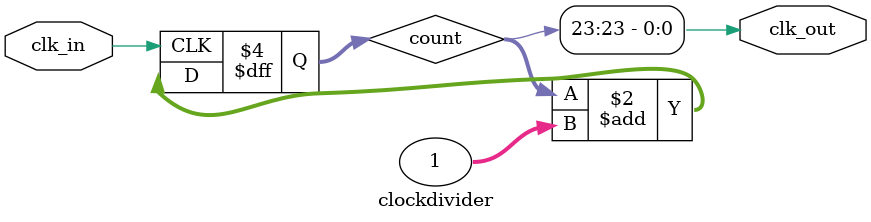
<source format=v>
`timescale 1ns / 1ps


module clockdivider(
input clk_in,
output clk_out
);
    
   reg [31:0] count = 0;
  
   always @ (posedge clk_in)
   begin
   count = count+1;
   end
   assign clk_out = count[23];
   
endmodule
</source>
